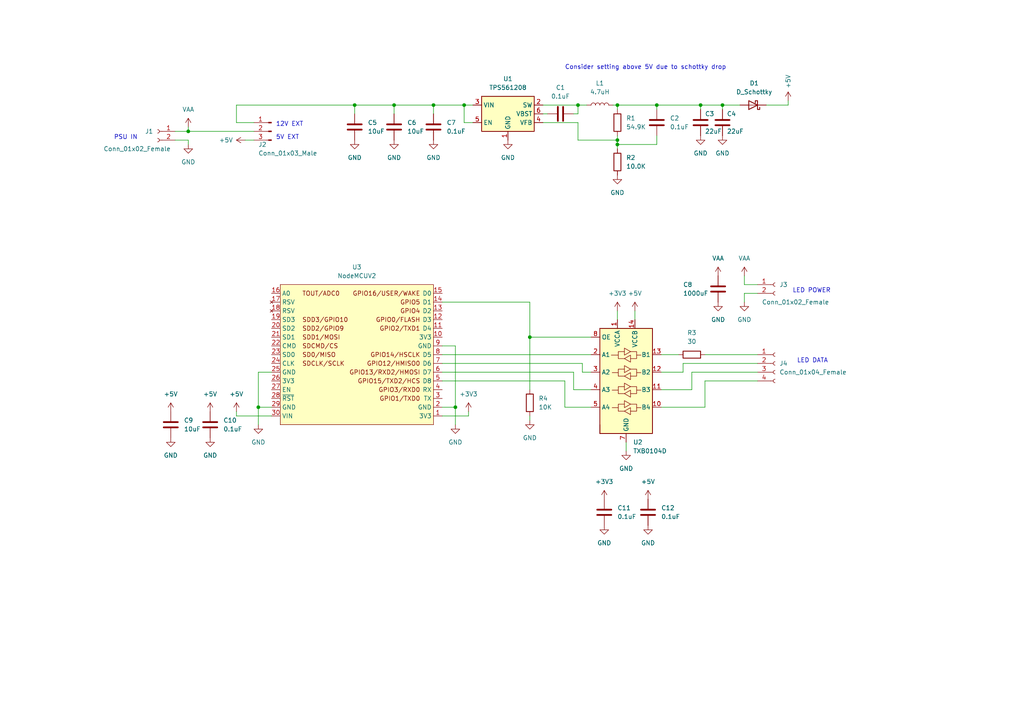
<source format=kicad_sch>
(kicad_sch (version 20210621) (generator eeschema)
  (paper "A4")
  (lib_symbols
    (symbol "Connector:Conn_01x02_Female" (pin_names (offset 1.016) hide)
      (property "Reference" "J" (at 0 2.54 0))
      (property "Value" "Conn_01x02_Female" (at 0 -5.08 0))
      (symbol "Conn_01x02_Female_1_1"
        (arc (start 0 -2.032) (mid -0.508 -2.54) (end 0 -3.048) (stroke (width 0.1524)))
        (polyline (pts (xy -1.27 -2.54) (xy -0.508 -2.54)) (stroke (width 0.1524)))
        (polyline (pts (xy -1.27 0) (xy -0.508 0)) (stroke (width 0.1524)))
        (arc (start 0 0.508) (mid -0.508 0) (end 0 -0.508) (stroke (width 0.1524)))
        (pin passive line (at -5.08 0 0) (length 3.81) (name "Pin_1") (number "1"))
        (pin passive line (at -5.08 -2.54 0) (length 3.81) (name "Pin_2") (number "2"))
      )
    )
    (symbol "Connector:Conn_01x03_Male" (pin_names (offset 1.016) hide)
      (property "Reference" "J" (at 0 5.08 0))
      (property "Value" "Conn_01x03_Male" (at 0 -5.08 0))
      (symbol "Conn_01x03_Male_1_1"
        (polyline (pts (xy 1.27 -2.54) (xy 0.8636 -2.54)) (stroke (width 0.1524)))
        (polyline (pts (xy 1.27 0) (xy 0.8636 0)) (stroke (width 0.1524)))
        (polyline (pts (xy 1.27 2.54) (xy 0.8636 2.54)) (stroke (width 0.1524)))
        (rectangle (start 0.8636 -2.413) (end 0 -2.667) (stroke (width 0.1524)) (fill (type outline)))
        (rectangle (start 0.8636 0.127) (end 0 -0.127) (stroke (width 0.1524)) (fill (type outline)))
        (rectangle (start 0.8636 2.667) (end 0 2.413) (stroke (width 0.1524)) (fill (type outline)))
        (pin passive line (at 5.08 2.54 180) (length 3.81) (name "Pin_1") (number "1"))
        (pin passive line (at 5.08 0 180) (length 3.81) (name "Pin_2") (number "2"))
        (pin passive line (at 5.08 -2.54 180) (length 3.81) (name "Pin_3") (number "3"))
      )
    )
    (symbol "Connector:Conn_01x04_Female" (pin_names (offset 1.016) hide)
      (property "Reference" "J" (at 0 5.08 0))
      (property "Value" "Conn_01x04_Female" (at 0 -7.62 0))
      (symbol "Conn_01x04_Female_1_1"
        (arc (start 0 -4.572) (mid -0.508 -5.08) (end 0 -5.588) (stroke (width 0.1524)))
        (arc (start 0 -2.032) (mid -0.508 -2.54) (end 0 -3.048) (stroke (width 0.1524)))
        (polyline (pts (xy -1.27 -5.08) (xy -0.508 -5.08)) (stroke (width 0.1524)))
        (polyline (pts (xy -1.27 -2.54) (xy -0.508 -2.54)) (stroke (width 0.1524)))
        (polyline (pts (xy -1.27 0) (xy -0.508 0)) (stroke (width 0.1524)))
        (polyline (pts (xy -1.27 2.54) (xy -0.508 2.54)) (stroke (width 0.1524)))
        (arc (start 0 0.508) (mid -0.508 0) (end 0 -0.508) (stroke (width 0.1524)))
        (arc (start 0 3.048) (mid -0.508 2.54) (end 0 2.032) (stroke (width 0.1524)))
        (pin passive line (at -5.08 2.54 0) (length 3.81) (name "Pin_1") (number "1"))
        (pin passive line (at -5.08 0 0) (length 3.81) (name "Pin_2") (number "2"))
        (pin passive line (at -5.08 -2.54 0) (length 3.81) (name "Pin_3") (number "3"))
        (pin passive line (at -5.08 -5.08 0) (length 3.81) (name "Pin_4") (number "4"))
      )
    )
    (symbol "Device:C" (pin_numbers hide) (pin_names (offset 0.254))
      (property "Reference" "C" (at 0.635 2.54 0))
      (property "Value" "C" (at 0.635 -2.54 0))
      (symbol "C_0_1"
        (polyline (pts (xy -2.032 -0.762) (xy 2.032 -0.762)) (stroke (width 0.508)))
        (polyline (pts (xy -2.032 0.762) (xy 2.032 0.762)) (stroke (width 0.508)))
      )
      (symbol "C_1_1"
        (pin passive line (at 0 3.81 270) (length 2.794) (name "~") (number "1"))
        (pin passive line (at 0 -3.81 90) (length 2.794) (name "~") (number "2"))
      )
    )
    (symbol "Device:D_Schottky" (pin_numbers hide) (pin_names (offset 1.016) hide)
      (property "Reference" "D" (at 0 2.54 0))
      (property "Value" "D_Schottky" (at 0 -2.54 0))
      (symbol "D_Schottky_0_1"
        (polyline (pts (xy 1.27 0) (xy -1.27 0)))
        (polyline (pts (xy 1.27 1.27) (xy 1.27 -1.27) (xy -1.27 0) (xy 1.27 1.27)) (stroke (width 0.254)))
        (polyline (pts (xy -1.905 0.635) (xy -1.905 1.27) (xy -1.27 1.27) (xy -1.27 -1.27) (xy -0.635 -1.27) (xy -0.635 -0.635)) (stroke (width 0.254)))
      )
      (symbol "D_Schottky_1_1"
        (pin passive line (at -3.81 0 0) (length 2.54) (name "K") (number "1"))
        (pin passive line (at 3.81 0 180) (length 2.54) (name "A") (number "2"))
      )
    )
    (symbol "Device:L" (pin_numbers hide) (pin_names (offset 1.016) hide)
      (property "Reference" "L" (at -1.27 0 90))
      (property "Value" "L" (at 1.905 0 90))
      (symbol "L_0_1"
        (arc (start 0 -2.54) (mid 0.635 -1.905) (end 0 -1.27))
        (arc (start 0 -1.27) (mid 0.635 -0.635) (end 0 0))
        (arc (start 0 0) (mid 0.635 0.635) (end 0 1.27))
        (arc (start 0 1.27) (mid 0.635 1.905) (end 0 2.54))
      )
      (symbol "L_1_1"
        (pin passive line (at 0 3.81 270) (length 1.27) (name "1") (number "1"))
        (pin passive line (at 0 -3.81 90) (length 1.27) (name "2") (number "2"))
      )
    )
    (symbol "Device:R" (pin_numbers hide) (pin_names (offset 0))
      (property "Reference" "R" (at 2.032 0 90))
      (property "Value" "R" (at 0 0 90))
      (symbol "R_0_1"
        (rectangle (start -1.016 -2.54) (end 1.016 2.54) (stroke (width 0.254)))
      )
      (symbol "R_1_1"
        (pin passive line (at 0 3.81 270) (length 1.27) (name "~") (number "1"))
        (pin passive line (at 0 -3.81 90) (length 1.27) (name "~") (number "2"))
      )
    )
    (symbol "Logic_LevelTranslator:TXB0104D"
      (property "Reference" "U" (at -6.35 16.51 0))
      (property "Value" "TXB0104D" (at 3.81 16.51 0))
      (symbol "TXB0104D_0_1"
        (rectangle (start -7.62 -15.24) (end -7.62 -12.7) (stroke (width 0.254)))
        (rectangle (start -7.62 15.24) (end 7.62 -15.24) (stroke (width 0.254)) (fill (type background)))
        (polyline (pts (xy -2.286 -7.747) (xy -2.286 -6.731) (xy -0.508 -6.731)))
        (polyline (pts (xy -2.286 -2.667) (xy -2.286 -1.651) (xy -0.508 -1.651)))
        (polyline (pts (xy -2.286 2.413) (xy -2.286 3.429) (xy -0.508 3.429)))
        (polyline (pts (xy -2.286 7.493) (xy -2.286 8.509) (xy -0.508 8.509)))
        (polyline (pts (xy 3.048 -7.747) (xy 3.048 -8.763) (xy 1.27 -8.763)))
        (polyline (pts (xy 3.048 -2.667) (xy 3.048 -3.683) (xy 1.27 -3.683)))
        (polyline (pts (xy 3.048 2.413) (xy 3.048 1.397) (xy 1.27 1.397)))
        (polyline (pts (xy 3.048 7.493) (xy 3.048 6.477) (xy 1.27 6.477)))
        (polyline (pts (xy -0.508 -8.763) (xy -2.286 -8.763) (xy -2.286 -7.747) (xy -4.064 -7.747)))
        (polyline (pts (xy -0.508 -8.763) (xy 1.27 -7.747) (xy 1.27 -9.779) (xy -0.508 -8.763)))
        (polyline (pts (xy -0.508 -3.683) (xy -2.286 -3.683) (xy -2.286 -2.667) (xy -4.064 -2.667)))
        (polyline (pts (xy -0.508 -3.683) (xy 1.27 -2.667) (xy 1.27 -4.699) (xy -0.508 -3.683)))
        (polyline (pts (xy -0.508 1.397) (xy -2.286 1.397) (xy -2.286 2.413) (xy -4.064 2.413)))
        (polyline (pts (xy -0.508 1.397) (xy 1.27 2.413) (xy 1.27 0.381) (xy -0.508 1.397)))
        (polyline (pts (xy -0.508 6.477) (xy -2.286 6.477) (xy -2.286 7.493) (xy -4.318 7.493)))
        (polyline (pts (xy -0.508 6.477) (xy 1.27 7.493) (xy 1.27 5.461) (xy -0.508 6.477)))
        (polyline (pts (xy 1.27 -6.731) (xy -0.508 -7.747) (xy -0.508 -5.715) (xy 1.27 -6.731)))
        (polyline (pts (xy 1.27 -6.731) (xy 3.048 -6.731) (xy 3.048 -7.747) (xy 4.318 -7.747)))
        (polyline (pts (xy 1.27 -1.651) (xy -0.508 -2.667) (xy -0.508 -0.635) (xy 1.27 -1.651)))
        (polyline (pts (xy 1.27 -1.651) (xy 3.048 -1.651) (xy 3.048 -2.667) (xy 4.318 -2.667)))
        (polyline (pts (xy 1.27 3.429) (xy -0.508 2.413) (xy -0.508 4.445) (xy 1.27 3.429)))
        (polyline (pts (xy 1.27 3.429) (xy 3.048 3.429) (xy 3.048 2.413) (xy 4.318 2.413)))
        (polyline (pts (xy 1.27 8.509) (xy -0.508 7.493) (xy -0.508 9.525) (xy 1.27 8.509)))
        (polyline (pts (xy 1.27 8.509) (xy 3.048 8.509) (xy 3.048 7.493) (xy 4.318 7.493)))
      )
      (symbol "TXB0104D_1_1"
        (pin power_in line (at -2.54 17.78 270) (length 2.54) (name "VCCA") (number "1"))
        (pin bidirectional line (at 10.16 -7.62 180) (length 2.54) (name "B4") (number "10"))
        (pin bidirectional line (at 10.16 -2.54 180) (length 2.54) (name "B3") (number "11"))
        (pin bidirectional line (at 10.16 2.54 180) (length 2.54) (name "B2") (number "12"))
        (pin bidirectional line (at 10.16 7.62 180) (length 2.54) (name "B1") (number "13"))
        (pin power_in line (at 2.54 17.78 270) (length 2.54) (name "VCCB") (number "14"))
        (pin bidirectional line (at -10.16 7.62 0) (length 2.54) (name "A1") (number "2"))
        (pin bidirectional line (at -10.16 2.54 0) (length 2.54) (name "A2") (number "3"))
        (pin bidirectional line (at -10.16 -2.54 0) (length 2.54) (name "A3") (number "4"))
        (pin bidirectional line (at -10.16 -7.62 0) (length 2.54) (name "A4") (number "5"))
        (pin no_connect line (at -10.16 -12.7 0) (length 2.54) hide (name "NC") (number "6"))
        (pin power_in line (at 0 -17.78 90) (length 2.54) (name "GND") (number "7"))
        (pin input line (at -10.16 12.7 0) (length 2.54) (name "OE") (number "8"))
        (pin no_connect line (at 10.16 -12.7 180) (length 2.54) hide (name "NC") (number "9"))
      )
    )
    (symbol "lsimons:NodeMCUV2"
      (property "Reference" "U" (at -21.59 36.83 0))
      (property "Value" "NodeMCUV2" (at -17.78 -6.35 0))
      (symbol "NodeMCUV2_0_0"
        (text "GPIO0/FLASH" (at 17.78 25.4 0) (effects (font (size 1.27 1.27)) (justify right)))
        (text "GPIO1/TXD0" (at 17.78 2.54 0) (effects (font (size 1.27 1.27)) (justify right)))
        (text "GPIO12/HMISO0" (at 17.78 12.7 0) (effects (font (size 1.27 1.27)) (justify right)))
        (text "GPIO13/RXD2/HMOSI" (at 17.78 10.16 0) (effects (font (size 1.27 1.27)) (justify right)))
        (text "GPIO14/HSCLK" (at 17.78 15.24 0) (effects (font (size 1.27 1.27)) (justify right)))
        (text "GPIO15/TXD2/HCS" (at 17.78 7.62 0) (effects (font (size 1.27 1.27)) (justify right)))
        (text "GPIO16/USER/WAKE" (at 17.78 33.02 0) (effects (font (size 1.27 1.27)) (justify right)))
        (text "GPIO2/TXD1" (at 17.78 22.86 0) (effects (font (size 1.27 1.27)) (justify right)))
        (text "GPIO3/RXD0" (at 17.78 5.08 0) (effects (font (size 1.27 1.27)) (justify right)))
        (text "GPIO4" (at 17.78 27.94 0) (effects (font (size 1.27 1.27)) (justify right)))
        (text "GPIO5" (at 17.78 30.48 0) (effects (font (size 1.27 1.27)) (justify right)))
        (text "SD0/MISO" (at -16.51 15.24 0) (effects (font (size 1.27 1.27)) (justify left)))
        (text "SDCLK/SCLK" (at -16.51 12.7 0) (effects (font (size 1.27 1.27)) (justify left)))
        (text "SDCMD/CS" (at -16.51 17.78 0) (effects (font (size 1.27 1.27)) (justify left)))
        (text "SDD1/MOSI" (at -16.51 20.32 0) (effects (font (size 1.27 1.27)) (justify left)))
        (text "SDD2/GPIO9" (at -16.51 22.86 0) (effects (font (size 1.27 1.27)) (justify left)))
        (text "SDD3/GPIO10" (at -16.51 25.4 0) (effects (font (size 1.27 1.27)) (justify left)))
        (text "TOUT/ADC0" (at -16.51 33.02 0) (effects (font (size 1.27 1.27)) (justify left)))
      )
      (symbol "NodeMCUV2_0_1"
        (rectangle (start -22.86 35.56) (end 21.59 -5.08) (stroke (width 0.1524)) (fill (type background)))
      )
      (symbol "NodeMCUV2_1_1"
        (pin power_out line (at 24.13 -2.54 180) (length 2.54) (name "3V3") (number "1"))
        (pin power_out line (at 24.13 20.32 180) (length 2.54) (name "3V3") (number "10"))
        (pin bidirectional line (at 24.13 22.86 180) (length 2.54) (name "D4") (number "11"))
        (pin bidirectional line (at 24.13 25.4 180) (length 2.54) (name "D3") (number "12"))
        (pin bidirectional line (at 24.13 27.94 180) (length 2.54) (name "D2") (number "13"))
        (pin bidirectional line (at 24.13 30.48 180) (length 2.54) (name "D1") (number "14"))
        (pin bidirectional line (at 24.13 33.02 180) (length 2.54) (name "D0") (number "15"))
        (pin input line (at -25.4 33.02 0) (length 2.54) (name "A0") (number "16"))
        (pin no_connect line (at -25.4 30.48 0) (length 2.54) (name "RSV") (number "17"))
        (pin no_connect line (at -25.4 27.94 0) (length 2.54) (name "RSV") (number "18"))
        (pin output line (at -25.4 25.4 0) (length 2.54) (name "SD3") (number "19"))
        (pin power_out line (at 24.13 0 180) (length 2.54) (name "GND") (number "2"))
        (pin output line (at -25.4 22.86 0) (length 2.54) (name "SD2") (number "20"))
        (pin output line (at -25.4 20.32 0) (length 2.54) (name "SD1") (number "21"))
        (pin output line (at -25.4 17.78 0) (length 2.54) (name "CMD") (number "22"))
        (pin output line (at -25.4 15.24 0) (length 2.54) (name "SD0") (number "23"))
        (pin output line (at -25.4 12.7 0) (length 2.54) (name "CLK") (number "24"))
        (pin power_out line (at -25.4 10.16 0) (length 2.54) (name "GND") (number "25"))
        (pin power_out line (at -25.4 7.62 0) (length 2.54) (name "3V3") (number "26"))
        (pin input line (at -25.4 5.08 0) (length 2.54) (name "EN") (number "27"))
        (pin input line (at -25.4 2.54 0) (length 2.54) (name "~{RST}") (number "28"))
        (pin power_out line (at -25.4 0 0) (length 2.54) (name "GND") (number "29"))
        (pin output line (at 24.13 2.54 180) (length 2.54) (name "TX") (number "3"))
        (pin power_out line (at -25.4 -2.54 0) (length 2.54) (name "VIN") (number "30"))
        (pin input line (at 24.13 5.08 180) (length 2.54) (name "RX") (number "4"))
        (pin bidirectional line (at 24.13 7.62 180) (length 2.54) (name "D8") (number "5"))
        (pin bidirectional line (at 24.13 10.16 180) (length 2.54) (name "D7") (number "6"))
        (pin bidirectional line (at 24.13 12.7 180) (length 2.54) (name "D6") (number "7"))
        (pin bidirectional line (at 24.13 15.24 180) (length 2.54) (name "D5") (number "8"))
        (pin power_out line (at 24.13 17.78 180) (length 2.54) (name "GND") (number "9"))
      )
    )
    (symbol "lsimons:TPS561208"
      (property "Reference" "U" (at -7.62 6.35 0))
      (property "Value" "TPS561208" (at -2.54 6.35 0))
      (symbol "TPS561208_0_1"
        (rectangle (start -7.62 5.08) (end 7.62 -5.08) (stroke (width 0.254)) (fill (type background)))
      )
      (symbol "TPS561208_1_1"
        (pin power_in line (at 0 -7.62 90) (length 2.54) (name "GND") (number "1"))
        (pin output line (at 10.16 2.54 180) (length 2.54) (name "SW") (number "2"))
        (pin power_in line (at -10.16 2.54 0) (length 2.54) (name "VIN") (number "3"))
        (pin input line (at 10.16 -2.54 180) (length 2.54) (name "VFB") (number "4"))
        (pin input line (at -10.16 -2.54 0) (length 2.54) (name "EN") (number "5"))
        (pin passive line (at 10.16 0 180) (length 2.54) (name "VBST") (number "6"))
      )
    )
    (symbol "power:+3V3" (power) (pin_names (offset 0))
      (property "Value" "+3V3" (at 0 3.556 0))
      (symbol "+3V3_0_1"
        (polyline (pts (xy -0.762 1.27) (xy 0 2.54)))
        (polyline (pts (xy 0 0) (xy 0 2.54)))
        (polyline (pts (xy 0 2.54) (xy 0.762 1.27)))
      )
      (symbol "+3V3_1_1"
        (pin power_in line (at 0 0 90) (length 0) hide (name "+3V3") (number "1"))
      )
    )
    (symbol "power:+5V" (power) (pin_names (offset 0))
      (property "Value" "+5V" (at 0 3.556 0))
      (symbol "+5V_0_1"
        (polyline (pts (xy -0.762 1.27) (xy 0 2.54)))
        (polyline (pts (xy 0 0) (xy 0 2.54)))
        (polyline (pts (xy 0 2.54) (xy 0.762 1.27)))
      )
      (symbol "+5V_1_1"
        (pin power_in line (at 0 0 90) (length 0) hide (name "+5V") (number "1"))
      )
    )
    (symbol "power:GND" (power) (pin_names (offset 0))
      (property "Value" "GND" (at 0 -3.81 0))
      (symbol "GND_0_1"
        (polyline (pts (xy 0 0) (xy 0 -1.27) (xy 1.27 -1.27) (xy 0 -2.54) (xy -1.27 -1.27) (xy 0 -1.27)))
      )
      (symbol "GND_1_1"
        (pin power_in line (at 0 0 270) (length 0) hide (name "GND") (number "1"))
      )
    )
    (symbol "power:VAA" (power) (pin_names (offset 0))
      (property "Value" "VAA" (at 0 3.81 0))
      (symbol "VAA_0_1"
        (polyline (pts (xy -0.762 1.27) (xy 0 2.54)))
        (polyline (pts (xy 0 0) (xy 0 2.54)))
        (polyline (pts (xy 0 2.54) (xy 0.762 1.27)))
      )
      (symbol "VAA_1_1"
        (pin power_in line (at 0 0 90) (length 0) hide (name "VAA") (number "1"))
      )
    )
  )
  (junction (at 209.55 30.48))
  (junction (at 134.62 30.48))
  (junction (at 203.2 30.48))
  (junction (at 132.08 118.11))
  (junction (at 114.3 30.48))
  (junction (at 153.67 97.79))
  (junction (at 102.87 30.48))
  (junction (at 74.93 118.11))
  (junction (at 179.07 41.91))
  (junction (at 179.07 30.48))
  (junction (at 190.5 30.48))
  (junction (at 125.73 30.48))
  (junction (at 167.64 30.48))
  (junction (at 179.07 40.64))
  (junction (at 54.61 38.1))
  (wire (pts (xy 128.27 102.87) (xy 171.45 102.87)))
  (wire (pts (xy 167.64 30.48) (xy 170.18 30.48)))
  (wire (pts (xy 157.48 30.48) (xy 167.64 30.48)))
  (wire (pts (xy 153.67 87.63) (xy 128.27 87.63)))
  (wire (pts (xy 153.67 97.79) (xy 153.67 87.63)))
  (wire (pts (xy 68.58 120.65) (xy 68.58 119.38)))
  (wire (pts (xy 78.74 120.65) (xy 68.58 120.65)))
  (wire (pts (xy 153.67 97.79) (xy 171.45 97.79)))
  (wire (pts (xy 184.15 90.17) (xy 184.15 92.71)))
  (wire (pts (xy 200.66 107.95) (xy 219.71 107.95)))
  (wire (pts (xy 191.77 113.03) (xy 200.66 113.03)))
  (wire (pts (xy 200.66 113.03) (xy 200.66 107.95)))
  (wire (pts (xy 204.47 110.49) (xy 219.71 110.49)))
  (wire (pts (xy 191.77 118.11) (xy 204.47 118.11)))
  (wire (pts (xy 204.47 118.11) (xy 204.47 110.49)))
  (wire (pts (xy 191.77 102.87) (xy 196.85 102.87)))
  (wire (pts (xy 54.61 40.64) (xy 54.61 41.91)))
  (wire (pts (xy 128.27 118.11) (xy 132.08 118.11)))
  (wire (pts (xy 132.08 123.19) (xy 132.08 118.11)))
  (wire (pts (xy 209.55 30.48) (xy 214.63 30.48)))
  (wire (pts (xy 222.25 30.48) (xy 228.6 30.48)))
  (wire (pts (xy 228.6 30.48) (xy 228.6 29.21)))
  (wire (pts (xy 128.27 120.65) (xy 135.89 120.65)))
  (wire (pts (xy 132.08 100.33) (xy 128.27 100.33)))
  (wire (pts (xy 132.08 118.11) (xy 132.08 100.33)))
  (wire (pts (xy 203.2 30.48) (xy 203.2 31.75)))
  (wire (pts (xy 158.75 33.02) (xy 157.48 33.02)))
  (wire (pts (xy 209.55 30.48) (xy 209.55 31.75)))
  (wire (pts (xy 114.3 33.02) (xy 114.3 30.48)))
  (wire (pts (xy 163.83 118.11) (xy 171.45 118.11)))
  (wire (pts (xy 163.83 110.49) (xy 163.83 118.11)))
  (wire (pts (xy 128.27 110.49) (xy 163.83 110.49)))
  (wire (pts (xy 71.12 40.64) (xy 73.66 40.64)))
  (wire (pts (xy 125.73 30.48) (xy 125.73 33.02)))
  (wire (pts (xy 102.87 30.48) (xy 102.87 33.02)))
  (wire (pts (xy 135.89 120.65) (xy 135.89 119.38)))
  (wire (pts (xy 54.61 38.1) (xy 73.66 38.1)))
  (wire (pts (xy 198.12 105.41) (xy 219.71 105.41)))
  (wire (pts (xy 198.12 107.95) (xy 198.12 105.41)))
  (wire (pts (xy 191.77 107.95) (xy 198.12 107.95)))
  (wire (pts (xy 78.74 107.95) (xy 74.93 107.95)))
  (wire (pts (xy 74.93 107.95) (xy 74.93 118.11)))
  (wire (pts (xy 73.66 35.56) (xy 68.58 35.56)))
  (wire (pts (xy 68.58 35.56) (xy 68.58 30.48)))
  (wire (pts (xy 204.47 102.87) (xy 219.71 102.87)))
  (wire (pts (xy 215.9 82.55) (xy 219.71 82.55)))
  (wire (pts (xy 215.9 80.01) (xy 215.9 82.55)))
  (wire (pts (xy 167.64 33.02) (xy 167.64 30.48)))
  (wire (pts (xy 166.37 33.02) (xy 167.64 33.02)))
  (wire (pts (xy 190.5 30.48) (xy 190.5 31.75)))
  (wire (pts (xy 177.8 30.48) (xy 179.07 30.48)))
  (wire (pts (xy 190.5 30.48) (xy 203.2 30.48)))
  (wire (pts (xy 179.07 30.48) (xy 190.5 30.48)))
  (wire (pts (xy 209.55 30.48) (xy 203.2 30.48)))
  (wire (pts (xy 179.07 30.48) (xy 179.07 31.75)))
  (wire (pts (xy 153.67 97.79) (xy 153.67 113.03)))
  (wire (pts (xy 166.37 107.95) (xy 166.37 113.03)))
  (wire (pts (xy 166.37 113.03) (xy 171.45 113.03)))
  (wire (pts (xy 128.27 107.95) (xy 166.37 107.95)))
  (wire (pts (xy 179.07 90.17) (xy 179.07 92.71)))
  (wire (pts (xy 50.8 38.1) (xy 54.61 38.1)))
  (wire (pts (xy 54.61 38.1) (xy 54.61 36.83)))
  (wire (pts (xy 125.73 30.48) (xy 134.62 30.48)))
  (wire (pts (xy 134.62 30.48) (xy 137.16 30.48)))
  (wire (pts (xy 68.58 30.48) (xy 102.87 30.48)))
  (wire (pts (xy 102.87 30.48) (xy 114.3 30.48)))
  (wire (pts (xy 114.3 30.48) (xy 125.73 30.48)))
  (wire (pts (xy 50.8 40.64) (xy 54.61 40.64)))
  (wire (pts (xy 179.07 41.91) (xy 190.5 41.91)))
  (wire (pts (xy 190.5 39.37) (xy 190.5 41.91)))
  (wire (pts (xy 167.64 35.56) (xy 167.64 40.64)))
  (wire (pts (xy 167.64 40.64) (xy 179.07 40.64)))
  (wire (pts (xy 157.48 35.56) (xy 167.64 35.56)))
  (wire (pts (xy 153.67 120.65) (xy 153.67 121.92)))
  (wire (pts (xy 179.07 40.64) (xy 179.07 41.91)))
  (wire (pts (xy 179.07 39.37) (xy 179.07 40.64)))
  (wire (pts (xy 179.07 41.91) (xy 179.07 43.18)))
  (wire (pts (xy 181.61 128.27) (xy 181.61 130.81)))
  (wire (pts (xy 137.16 35.56) (xy 134.62 35.56)))
  (wire (pts (xy 134.62 35.56) (xy 134.62 30.48)))
  (wire (pts (xy 74.93 123.19) (xy 74.93 118.11)))
  (wire (pts (xy 74.93 118.11) (xy 78.74 118.11)))
  (wire (pts (xy 168.91 105.41) (xy 168.91 107.95)))
  (wire (pts (xy 168.91 107.95) (xy 171.45 107.95)))
  (wire (pts (xy 128.27 105.41) (xy 168.91 105.41)))
  (wire (pts (xy 215.9 85.09) (xy 215.9 87.63)))
  (wire (pts (xy 219.71 85.09) (xy 215.9 85.09)))
  (text "Consider setting above 5V due to schottky drop" (at 163.83 20.32 0) (effects (font (size 1.27 1.27)) (justify left bottom)))
  (text "12V EXT" (at 80.01 36.83 0) (effects (font (size 1.27 1.27)) (justify left bottom)))
  (text "5V EXT" (at 80.01 40.64 0) (effects (font (size 1.27 1.27)) (justify left bottom)))
  (text "LED DATA" (at 231.14 105.41 0) (effects (font (size 1.27 1.27)) (justify left bottom)))
  (text "LED POWER" (at 229.87 85.09 0) (effects (font (size 1.27 1.27)) (justify left bottom)))
  (text "PSU IN" (at 33.02 40.64 0) (effects (font (size 1.27 1.27)) (justify left bottom)))
  (symbol (lib_id "Device:C") (at 102.87 36.83 0) (unit 1)
    (property "Reference" "C5" (at 106.68 35.5599 0) (effects (justify left)))
    (property "Value" "10uF" (at 106.68 38.0999 0) (effects (justify left)))
    (property "Footprint" "Capacitor_SMD:C_1210_3225Metric" (effects hide))
  )
  (symbol (lib_id "power:+5V") (at 49.53 119.38 0) (unit 1)
    (property "Reference" "#PWR0113" (effects hide))
    (property "Value" "+5V" (at 49.53 114.3 0))
  )
  (symbol (lib_id "power:GND") (at 175.26 152.4 0) (unit 1)
    (property "Reference" "#PWR0130" (effects hide))
    (property "Value" "GND" (at 175.26 157.48 0))
  )
  (symbol (lib_id "power:GND") (at 181.61 130.81 0) (unit 1)
    (property "Reference" "#PWR0128" (effects hide))
    (property "Value" "GND" (at 181.61 135.89 0))
  )
  (symbol (lib_id "power:GND") (at 60.96 127 0) (unit 1)
    (property "Reference" "#PWR0115" (effects hide))
    (property "Value" "GND" (at 60.96 132.08 0))
  )
  (symbol (lib_id "Device:C") (at 125.73 36.83 0) (unit 1)
    (property "Reference" "C7" (at 129.54 35.5599 0) (effects (justify left)))
    (property "Value" "0.1uF" (at 129.54 38.0999 0) (effects (justify left)))
    (property "Footprint" "Capacitor_SMD:C_0805_2012Metric" (effects hide))
  )
  (symbol (lib_id "power:GND") (at 203.2 39.37 0) (unit 1)
    (property "Reference" "#PWR0119" (effects hide))
    (property "Value" "GND" (at 203.2 44.45 0))
  )
  (symbol (lib_id "Device:C") (at 162.56 33.02 90) (unit 1)
    (property "Reference" "C1" (at 162.56 25.4 90))
    (property "Value" "0.1uF" (at 162.56 27.94 90))
    (property "Footprint" "Capacitor_SMD:C_0805_2012Metric" (effects hide))
  )
  (symbol (lib_id "Connector:Conn_01x03_Male") (at 78.74 38.1 0) (mirror y) (unit 1)
    (property "Reference" "J2" (at 74.93 41.91 0) (effects (justify right)))
    (property "Value" "Conn_01x03_Male" (at 74.93 44.45 0) (effects (justify right)))
    (property "Footprint" "Connector_PinHeader_2.54mm:PinHeader_1x03_P2.54mm_Vertical" (effects hide))
  )
  (symbol (lib_id "Device:C") (at 190.5 35.56 180) (unit 1)
    (property "Reference" "C2" (at 194.31 34.2899 0) (effects (justify right)))
    (property "Value" "0.1uF" (at 194.31 36.8299 0) (effects (justify right)))
    (property "Footprint" "Capacitor_SMD:C_0805_2012Metric" (effects hide))
  )
  (symbol (lib_id "power:+5V") (at 68.58 119.38 0) (unit 1)
    (property "Reference" "#PWR0117" (effects hide))
    (property "Value" "+5V" (at 68.58 114.3 0))
  )
  (symbol (lib_id "power:GND") (at 74.93 123.19 0) (unit 1)
    (property "Reference" "#PWR0111" (effects hide))
    (property "Value" "GND" (at 74.93 128.27 0))
  )
  (symbol (lib_id "power:+5V") (at 184.15 90.17 0) (unit 1)
    (property "Reference" "#PWR0125" (effects hide))
    (property "Value" "+5V" (at 184.15 85.09 0))
  )
  (symbol (lib_id "power:GND") (at 132.08 123.19 0) (unit 1)
    (property "Reference" "#PWR0104" (effects hide))
    (property "Value" "GND" (at 132.08 128.27 0))
  )
  (symbol (lib_id "Connector:Conn_01x02_Female") (at 224.79 82.55 0) (unit 1)
    (property "Reference" "J3" (at 226.06 82.5499 0) (effects (justify left)))
    (property "Value" "Conn_01x02_Female" (at 220.98 87.63 0) (effects (justify left)))
    (property "Footprint" "Connector_PinSocket_2.54mm:PinSocket_1x02_P2.54mm_Vertical" (effects hide))
  )
  (symbol (lib_id "Connector:Conn_01x04_Female") (at 224.79 105.41 0) (unit 1)
    (property "Reference" "J4" (at 226.06 105.4099 0) (effects (justify left)))
    (property "Value" "Conn_01x04_Female" (at 226.06 107.9499 0) (effects (justify left)))
    (property "Footprint" "Connector_PinHeader_2.54mm:PinHeader_1x04_P2.54mm_Vertical" (effects hide))
  )
  (symbol (lib_id "power:GND") (at 125.73 40.64 0) (unit 1)
    (property "Reference" "#PWR0107" (effects hide))
    (property "Value" "GND" (at 125.73 45.72 0))
  )
  (symbol (lib_id "power:GND") (at 153.67 121.92 0) (unit 1)
    (property "Reference" "#PWR0102" (effects hide))
    (property "Value" "GND" (at 153.67 127 0))
  )
  (symbol (lib_id "power:+3V3") (at 135.89 119.38 0) (unit 1)
    (property "Reference" "#PWR0103" (effects hide))
    (property "Value" "+3V3" (at 135.89 114.3 0))
  )
  (symbol (lib_id "lsimons:NodeMCUV2") (at 104.14 118.11 0) (unit 1)
    (property "Reference" "U3" (at 103.505 77.47 0))
    (property "Value" "NodeMCUV2" (at 103.505 80.01 0))
    (property "Footprint" "lsimons:nodemcu_v2" (effects hide))
  )
  (symbol (lib_id "Logic_LevelTranslator:TXB0104D") (at 181.61 110.49 0) (unit 1)
    (property "Reference" "U2" (at 183.6294 128.27 0) (effects (justify left)))
    (property "Value" "TXB0104D" (at 183.6294 130.81 0) (effects (justify left)))
    (property "Footprint" "Package_SO:SOIC-14_3.9x8.7mm_P1.27mm" (effects hide))
    (property "Datasheet" "http://www.ti.com/lit/ds/symlink/txb0104.pdf" (effects hide))
  )
  (symbol (lib_id "power:VAA") (at 208.28 80.01 0) (unit 1)
    (property "Reference" "#PWR0122" (effects hide))
    (property "Value" "VAA" (at 208.28 74.93 0))
  )
  (symbol (lib_id "Device:C") (at 208.28 83.82 0) (unit 1)
    (property "Reference" "C8" (at 198.12 82.55 0) (effects (justify left)))
    (property "Value" "1000uF" (at 198.12 85.09 0) (effects (justify left)))
    (property "Footprint" "Capacitor_THT:C_Radial_D8.0mm_H11.5mm_P3.50mm" (effects hide))
  )
  (symbol (lib_id "Device:D_Schottky") (at 218.44 30.48 180) (unit 1)
    (property "Reference" "D1" (at 218.7575 24.13 0))
    (property "Value" "D_Schottky" (at 218.7575 26.67 0))
  )
  (symbol (lib_id "power:GND") (at 215.9 87.63 0) (unit 1)
    (property "Reference" "#PWR0123" (effects hide))
    (property "Value" "GND" (at 215.9 92.71 0))
  )
  (symbol (lib_id "power:GND") (at 49.53 127 0) (unit 1)
    (property "Reference" "#PWR0116" (effects hide))
    (property "Value" "GND" (at 49.53 132.08 0))
  )
  (symbol (lib_id "power:+3V3") (at 179.07 90.17 0) (unit 1)
    (property "Reference" "#PWR0126" (effects hide))
    (property "Value" "+3V3" (at 179.07 85.09 0))
  )
  (symbol (lib_id "power:GND") (at 147.32 40.64 0) (unit 1)
    (property "Reference" "#PWR0108" (effects hide))
    (property "Value" "GND" (at 147.32 45.72 0))
  )
  (symbol (lib_id "Device:R") (at 179.07 46.99 0) (unit 1)
    (property "Reference" "R2" (at 181.61 45.7199 0) (effects (justify left)))
    (property "Value" "10.0K" (at 181.61 48.2599 0) (effects (justify left)))
    (property "Footprint" "Resistor_SMD:R_0805_2012Metric" (effects hide))
  )
  (symbol (lib_id "Device:L") (at 173.99 30.48 90) (unit 1)
    (property "Reference" "L1" (at 173.99 24.13 90))
    (property "Value" "4.7uH" (at 173.99 26.67 90))
  )
  (symbol (lib_id "power:VAA") (at 215.9 80.01 0) (unit 1)
    (property "Reference" "#PWR0124" (effects hide))
    (property "Value" "VAA" (at 215.9 74.93 0))
  )
  (symbol (lib_id "Device:C") (at 209.55 35.56 0) (unit 1)
    (property "Reference" "C4" (at 210.82 33.02 0) (effects (justify left)))
    (property "Value" "22uF" (at 210.82 38.1 0) (effects (justify left)))
    (property "Footprint" "Capacitor_SMD:C_1210_3225Metric" (effects hide))
  )
  (symbol (lib_id "power:+5V") (at 71.12 40.64 90) (mirror x) (unit 1)
    (property "Reference" "#PWR0112" (effects hide))
    (property "Value" "+5V" (at 63.5 40.64 90) (effects (justify right)))
  )
  (symbol (lib_id "power:GND") (at 209.55 39.37 0) (unit 1)
    (property "Reference" "#PWR0120" (effects hide))
    (property "Value" "GND" (at 209.55 44.45 0))
  )
  (symbol (lib_id "power:VAA") (at 54.61 36.83 0) (unit 1)
    (property "Reference" "#PWR0109" (effects hide))
    (property "Value" "VAA" (at 54.61 31.75 0))
  )
  (symbol (lib_id "Device:C") (at 203.2 35.56 0) (unit 1)
    (property "Reference" "C3" (at 204.47 33.02 0) (effects (justify left)))
    (property "Value" "22uF" (at 204.47 38.1 0) (effects (justify left)))
    (property "Footprint" "Capacitor_SMD:C_1210_3225Metric" (effects hide))
  )
  (symbol (lib_id "power:GND") (at 54.61 41.91 0) (unit 1)
    (property "Reference" "#PWR0110" (effects hide))
    (property "Value" "GND" (at 54.61 46.99 0))
  )
  (symbol (lib_id "power:+5V") (at 228.6 29.21 0) (mirror y) (unit 1)
    (property "Reference" "#PWR0118" (effects hide))
    (property "Value" "+5V" (at 228.6 21.59 90) (effects (justify right)))
  )
  (symbol (lib_id "power:GND") (at 187.96 152.4 0) (unit 1)
    (property "Reference" "#PWR0127" (effects hide))
    (property "Value" "GND" (at 187.96 157.48 0))
  )
  (symbol (lib_id "power:GND") (at 102.87 40.64 0) (unit 1)
    (property "Reference" "#PWR0105" (effects hide))
    (property "Value" "GND" (at 102.87 45.72 0))
  )
  (symbol (lib_id "Device:C") (at 187.96 148.59 0) (unit 1)
    (property "Reference" "C12" (at 191.77 147.3199 0) (effects (justify left)))
    (property "Value" "0.1uF" (at 191.77 149.8599 0) (effects (justify left)))
    (property "Footprint" "Capacitor_SMD:C_0805_2012Metric" (effects hide))
  )
  (symbol (lib_id "Device:C") (at 49.53 123.19 0) (unit 1)
    (property "Reference" "C9" (at 53.34 121.9199 0) (effects (justify left)))
    (property "Value" "10uF" (at 53.34 124.4599 0) (effects (justify left)))
    (property "Footprint" "Capacitor_SMD:C_1210_3225Metric" (effects hide))
  )
  (symbol (lib_id "power:GND") (at 179.07 50.8 0) (unit 1)
    (property "Reference" "#PWR0101" (effects hide))
    (property "Value" "GND" (at 179.07 55.88 0))
  )
  (symbol (lib_id "power:+3V3") (at 175.26 144.78 0) (unit 1)
    (property "Reference" "#PWR0129" (effects hide))
    (property "Value" "+3V3" (at 175.26 139.7 0))
  )
  (symbol (lib_id "Device:C") (at 60.96 123.19 0) (unit 1)
    (property "Reference" "C10" (at 64.77 121.9199 0) (effects (justify left)))
    (property "Value" "0.1uF" (at 64.77 124.4599 0) (effects (justify left)))
    (property "Footprint" "Capacitor_SMD:C_0805_2012Metric" (effects hide))
  )
  (symbol (lib_id "power:+5V") (at 187.96 144.78 0) (unit 1)
    (property "Reference" "#PWR0131" (effects hide))
    (property "Value" "+5V" (at 187.96 139.7 0))
  )
  (symbol (lib_id "power:+5V") (at 60.96 119.38 0) (unit 1)
    (property "Reference" "#PWR0114" (effects hide))
    (property "Value" "+5V" (at 60.96 114.3 0))
  )
  (symbol (lib_id "Device:R") (at 179.07 35.56 0) (unit 1)
    (property "Reference" "R1" (at 181.61 34.2899 0) (effects (justify left)))
    (property "Value" "54.9K" (at 181.61 36.8299 0) (effects (justify left)))
    (property "Footprint" "Resistor_SMD:R_0805_2012Metric" (effects hide))
  )
  (symbol (lib_id "Device:C") (at 175.26 148.59 0) (unit 1)
    (property "Reference" "C11" (at 179.07 147.3199 0) (effects (justify left)))
    (property "Value" "0.1uF" (at 179.07 149.8599 0) (effects (justify left)))
    (property "Footprint" "Capacitor_SMD:C_0805_2012Metric" (effects hide))
  )
  (symbol (lib_id "Device:C") (at 114.3 36.83 0) (unit 1)
    (property "Reference" "C6" (at 118.11 35.5599 0) (effects (justify left)))
    (property "Value" "10uF" (at 118.11 38.0999 0) (effects (justify left)))
    (property "Footprint" "Capacitor_SMD:C_1210_3225Metric" (effects hide))
  )
  (symbol (lib_id "power:GND") (at 114.3 40.64 0) (unit 1)
    (property "Reference" "#PWR0106" (effects hide))
    (property "Value" "GND" (at 114.3 45.72 0))
  )
  (symbol (lib_id "Device:R") (at 200.66 102.87 90) (unit 1)
    (property "Reference" "R3" (at 200.66 96.52 90))
    (property "Value" "30" (at 200.66 99.06 90))
    (property "Footprint" "Resistor_SMD:R_0805_2012Metric" (effects hide))
  )
  (symbol (lib_id "lsimons:TPS561208") (at 147.32 33.02 0) (unit 1)
    (property "Reference" "U1" (at 147.32 22.86 0))
    (property "Value" "TPS561208" (at 147.32 25.4 0))
    (property "Footprint" "Package_TO_SOT_SMD:SOT-23-6" (effects hide))
    (property "Datasheet" "https://www.ti.com/lit/ds/symlink/tps561208.pdf" (effects hide))
  )
  (symbol (lib_id "power:GND") (at 208.28 87.63 0) (unit 1)
    (property "Reference" "#PWR0121" (effects hide))
    (property "Value" "GND" (at 208.28 92.71 0))
  )
  (symbol (lib_id "Connector:Conn_01x02_Female") (at 45.72 38.1 0) (mirror y) (unit 1)
    (property "Reference" "J1" (at 44.45 38.0999 0) (effects (justify left)))
    (property "Value" "Conn_01x02_Female" (at 49.53 43.18 0) (effects (justify left)))
    (property "Footprint" "Connector_PinSocket_2.54mm:PinSocket_1x02_P2.54mm_Vertical" (effects hide))
  )
  (symbol (lib_id "Device:R") (at 153.67 116.84 0) (unit 1)
    (property "Reference" "R4" (at 156.21 115.5699 0) (effects (justify left)))
    (property "Value" "10K" (at 156.21 118.1099 0) (effects (justify left)))
    (property "Footprint" "Resistor_SMD:R_0805_2012Metric" (effects hide))
  )
)
</source>
